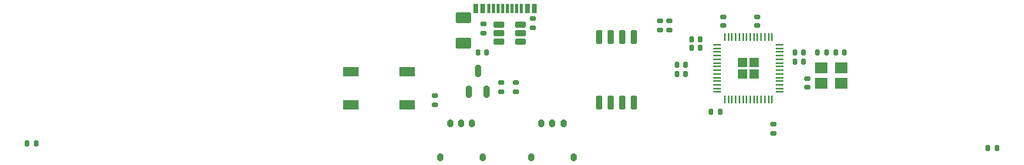
<source format=gtp>
G04 #@! TF.GenerationSoftware,KiCad,Pcbnew,7.0.9*
G04 #@! TF.CreationDate,2023-12-24T20:12:45-08:00*
G04 #@! TF.ProjectId,4k-mania-keypad,346b2d6d-616e-4696-912d-6b6579706164,rev?*
G04 #@! TF.SameCoordinates,Original*
G04 #@! TF.FileFunction,Paste,Top*
G04 #@! TF.FilePolarity,Positive*
%FSLAX46Y46*%
G04 Gerber Fmt 4.6, Leading zero omitted, Abs format (unit mm)*
G04 Created by KiCad (PCBNEW 7.0.9) date 2023-12-24 20:12:45*
%MOMM*%
%LPD*%
G01*
G04 APERTURE LIST*
G04 Aperture macros list*
%AMRoundRect*
0 Rectangle with rounded corners*
0 $1 Rounding radius*
0 $2 $3 $4 $5 $6 $7 $8 $9 X,Y pos of 4 corners*
0 Add a 4 corners polygon primitive as box body*
4,1,4,$2,$3,$4,$5,$6,$7,$8,$9,$2,$3,0*
0 Add four circle primitives for the rounded corners*
1,1,$1+$1,$2,$3*
1,1,$1+$1,$4,$5*
1,1,$1+$1,$6,$7*
1,1,$1+$1,$8,$9*
0 Add four rect primitives between the rounded corners*
20,1,$1+$1,$2,$3,$4,$5,0*
20,1,$1+$1,$4,$5,$6,$7,0*
20,1,$1+$1,$6,$7,$8,$9,0*
20,1,$1+$1,$8,$9,$2,$3,0*%
G04 Aperture macros list end*
%ADD10RoundRect,0.135000X-0.185000X0.135000X-0.185000X-0.135000X0.185000X-0.135000X0.185000X0.135000X0*%
%ADD11RoundRect,0.150000X-0.150000X-0.275000X0.150000X-0.275000X0.150000X0.275000X-0.150000X0.275000X0*%
%ADD12RoundRect,0.175000X-0.175000X-0.225000X0.175000X-0.225000X0.175000X0.225000X-0.175000X0.225000X0*%
%ADD13RoundRect,0.135000X0.185000X-0.135000X0.185000X0.135000X-0.185000X0.135000X-0.185000X-0.135000X0*%
%ADD14RoundRect,0.140000X0.170000X-0.140000X0.170000X0.140000X-0.170000X0.140000X-0.170000X-0.140000X0*%
%ADD15RoundRect,0.140000X0.140000X0.170000X-0.140000X0.170000X-0.140000X-0.170000X0.140000X-0.170000X0*%
%ADD16RoundRect,0.140000X-0.170000X0.140000X-0.170000X-0.140000X0.170000X-0.140000X0.170000X0.140000X0*%
%ADD17RoundRect,0.140000X-0.140000X-0.170000X0.140000X-0.170000X0.140000X0.170000X-0.140000X0.170000X0*%
%ADD18RoundRect,0.250000X0.292217X-0.292217X0.292217X0.292217X-0.292217X0.292217X-0.292217X-0.292217X0*%
%ADD19RoundRect,0.050000X0.050000X-0.387500X0.050000X0.387500X-0.050000X0.387500X-0.050000X-0.387500X0*%
%ADD20RoundRect,0.050000X0.387500X-0.050000X0.387500X0.050000X-0.387500X0.050000X-0.387500X-0.050000X0*%
%ADD21RoundRect,0.150000X0.475000X0.150000X-0.475000X0.150000X-0.475000X-0.150000X0.475000X-0.150000X0*%
%ADD22RoundRect,0.147500X0.147500X0.172500X-0.147500X0.172500X-0.147500X-0.172500X0.147500X-0.172500X0*%
%ADD23RoundRect,0.150000X0.150000X-0.650000X0.150000X0.650000X-0.150000X0.650000X-0.150000X-0.650000X0*%
%ADD24R,1.800000X1.100000*%
%ADD25RoundRect,0.150000X0.150000X-0.512500X0.150000X0.512500X-0.150000X0.512500X-0.150000X-0.512500X0*%
%ADD26R,0.540000X1.100000*%
%ADD27R,0.300000X1.100000*%
%ADD28RoundRect,0.135000X0.135000X0.185000X-0.135000X0.185000X-0.135000X-0.185000X0.135000X-0.185000X0*%
%ADD29RoundRect,0.147500X-0.147500X-0.172500X0.147500X-0.172500X0.147500X0.172500X-0.147500X0.172500X0*%
%ADD30RoundRect,0.250000X-0.625000X0.375000X-0.625000X-0.375000X0.625000X-0.375000X0.625000X0.375000X0*%
%ADD31R,1.400000X1.200000*%
G04 APERTURE END LIST*
D10*
X168010000Y-81490000D03*
X168010000Y-82510000D03*
D11*
X155000000Y-92725000D03*
X156200000Y-92725000D03*
X157400000Y-92725000D03*
D12*
X153850000Y-96500000D03*
X158550000Y-96500000D03*
D13*
X154076971Y-82288492D03*
X154076971Y-81268492D03*
D14*
X178724949Y-82012362D03*
X178724949Y-81052362D03*
X175000000Y-82000000D03*
X175000000Y-81040000D03*
D15*
X172430000Y-83500000D03*
X171470000Y-83500000D03*
D16*
X180503016Y-92887655D03*
X180503016Y-93847655D03*
D14*
X150598623Y-89273878D03*
X150598623Y-88313878D03*
X184194884Y-88787580D03*
X184194884Y-87827580D03*
D17*
X182820000Y-85000000D03*
X183780000Y-85000000D03*
D18*
X177087500Y-87362500D03*
X178362500Y-87362500D03*
X177087500Y-86087500D03*
X178362500Y-86087500D03*
D19*
X175125000Y-90162500D03*
X175525000Y-90162500D03*
X175925000Y-90162500D03*
X176325000Y-90162500D03*
X176725000Y-90162500D03*
X177125000Y-90162500D03*
X177525000Y-90162500D03*
X177925000Y-90162500D03*
X178325000Y-90162500D03*
X178725000Y-90162500D03*
X179125000Y-90162500D03*
X179525000Y-90162500D03*
X179925000Y-90162500D03*
X180325000Y-90162500D03*
D20*
X181162500Y-89325000D03*
X181162500Y-88925000D03*
X181162500Y-88525000D03*
X181162500Y-88125000D03*
X181162500Y-87725000D03*
X181162500Y-87325000D03*
X181162500Y-86925000D03*
X181162500Y-86525000D03*
X181162500Y-86125000D03*
X181162500Y-85725000D03*
X181162500Y-85325000D03*
X181162500Y-84925000D03*
X181162500Y-84525000D03*
X181162500Y-84125000D03*
D19*
X180325000Y-83287500D03*
X179925000Y-83287500D03*
X179525000Y-83287500D03*
X179125000Y-83287500D03*
X178725000Y-83287500D03*
X178325000Y-83287500D03*
X177925000Y-83287500D03*
X177525000Y-83287500D03*
X177125000Y-83287500D03*
X176725000Y-83287500D03*
X176325000Y-83287500D03*
X175925000Y-83287500D03*
X175525000Y-83287500D03*
X175125000Y-83287500D03*
D20*
X174287500Y-84125000D03*
X174287500Y-84525000D03*
X174287500Y-84925000D03*
X174287500Y-85325000D03*
X174287500Y-85725000D03*
X174287500Y-86125000D03*
X174287500Y-86525000D03*
X174287500Y-86925000D03*
X174287500Y-87325000D03*
X174287500Y-87725000D03*
X174287500Y-88125000D03*
X174287500Y-88525000D03*
X174287500Y-88925000D03*
X174287500Y-89325000D03*
D17*
X148032333Y-85002567D03*
X148992333Y-85002567D03*
D21*
X152670811Y-83790097D03*
X152670811Y-82840097D03*
X152670811Y-81890097D03*
X150320811Y-81890097D03*
X150320811Y-82840097D03*
X150320811Y-83790097D03*
D15*
X170851995Y-86355768D03*
X169891995Y-86355768D03*
D22*
X99485000Y-95000000D03*
X98515000Y-95000000D03*
D23*
X161298268Y-90441352D03*
X162568268Y-90441352D03*
X163838268Y-90441352D03*
X165108268Y-90441352D03*
X165108268Y-83241352D03*
X163838268Y-83241352D03*
X162568268Y-83241352D03*
X161298268Y-83241352D03*
D24*
X140260000Y-90750000D03*
X134060000Y-87050000D03*
X140260000Y-87050000D03*
X134060000Y-90750000D03*
D25*
X147060236Y-89262469D03*
X148960236Y-89262469D03*
X148010236Y-86987469D03*
D17*
X187320000Y-85000000D03*
X188280000Y-85000000D03*
D26*
X154190000Y-80140000D03*
X153440000Y-80140000D03*
D27*
X152240000Y-80140000D03*
X151240000Y-80140000D03*
X150740000Y-80140000D03*
X149740000Y-80140000D03*
D26*
X148540000Y-80140000D03*
X147790000Y-80140000D03*
X147790000Y-80140000D03*
X148540000Y-80140000D03*
D27*
X149240000Y-80140000D03*
X150240000Y-80140000D03*
X151740000Y-80140000D03*
X152740000Y-80140000D03*
D26*
X153440000Y-80140000D03*
X154190000Y-80140000D03*
D14*
X152144211Y-89276155D03*
X152144211Y-88316155D03*
D28*
X186310000Y-85000000D03*
X185290000Y-85000000D03*
D29*
X204015000Y-95500000D03*
X204985000Y-95500000D03*
D15*
X172430000Y-84500000D03*
X171470000Y-84500000D03*
X174591623Y-91458657D03*
X173631623Y-91458657D03*
D30*
X146448102Y-81170030D03*
X146448102Y-83970030D03*
D17*
X182840000Y-86000000D03*
X183800000Y-86000000D03*
D31*
X187900000Y-86650000D03*
X185700000Y-86650000D03*
X185700000Y-88350000D03*
X187900000Y-88350000D03*
D11*
X145000000Y-92725000D03*
X146200000Y-92725000D03*
X147400000Y-92725000D03*
D12*
X143850000Y-96500000D03*
X148550000Y-96500000D03*
D10*
X143287931Y-89751573D03*
X143287931Y-90771573D03*
D15*
X170851995Y-87355768D03*
X169891995Y-87355768D03*
D10*
X148642794Y-81840130D03*
X148642794Y-82860130D03*
X169000000Y-81490000D03*
X169000000Y-82510000D03*
M02*

</source>
